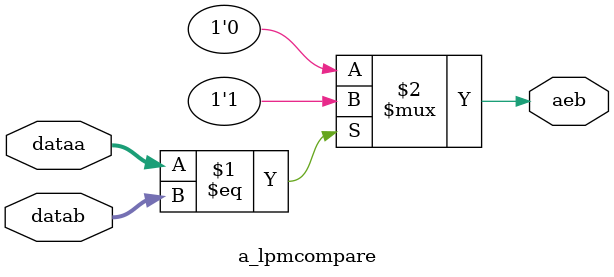
<source format=sv>

module a_lpmcompare (
 input logic [3:0] dataa,
 input logic [3:0] datab,
 output logic aeb
);

assign aeb = ( dataa == datab ) ? 1'b1 : 1'b0;

endmodule
</source>
